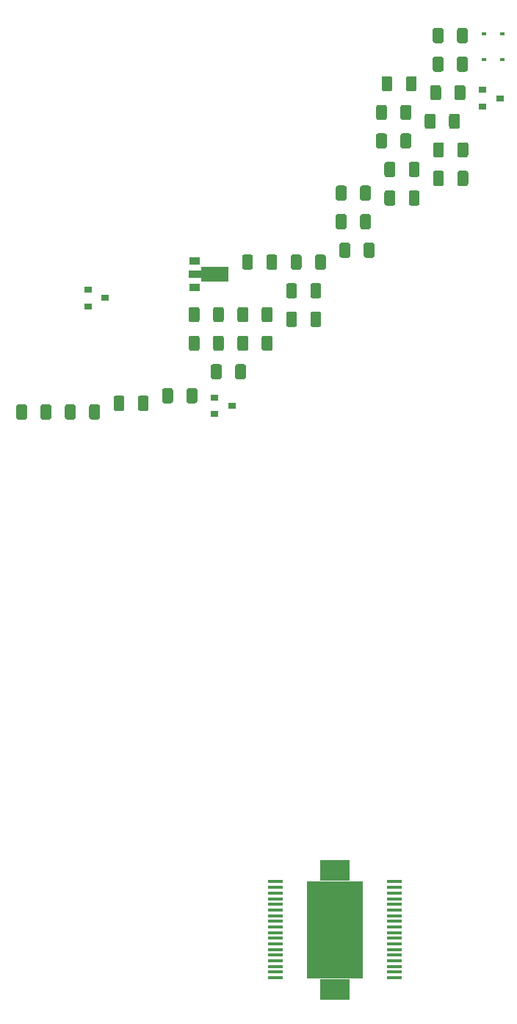
<source format=gbr>
G04 #@! TF.GenerationSoftware,KiCad,Pcbnew,(5.1.6)-1*
G04 #@! TF.CreationDate,2020-07-14T11:46:24+02:00*
G04 #@! TF.ProjectId,sboxnet-booster,73626f78-6e65-4742-9d62-6f6f73746572,rev?*
G04 #@! TF.SameCoordinates,Original*
G04 #@! TF.FileFunction,Paste,Top*
G04 #@! TF.FilePolarity,Positive*
%FSLAX46Y46*%
G04 Gerber Fmt 4.6, Leading zero omitted, Abs format (unit mm)*
G04 Created by KiCad (PCBNEW (5.1.6)-1) date 2020-07-14 11:46:24*
%MOMM*%
%LPD*%
G01*
G04 APERTURE LIST*
%ADD10C,0.100000*%
%ADD11R,1.300000X0.900000*%
%ADD12R,3.400000X2.415000*%
%ADD13R,6.400000X11.270000*%
%ADD14R,1.700000X0.380000*%
%ADD15R,0.600000X0.450000*%
%ADD16R,0.900000X0.800000*%
G04 APERTURE END LIST*
D10*
G36*
X85635001Y-54487901D02*
G01*
X82510001Y-54487901D01*
X82510001Y-54071401D01*
X81035001Y-54071401D01*
X81035001Y-53171401D01*
X82510001Y-53171401D01*
X82510001Y-52754901D01*
X85635001Y-52754901D01*
X85635001Y-54487901D01*
G37*
D11*
X81685001Y-55121401D03*
X81685001Y-52121401D03*
D12*
X97891600Y-135976100D03*
X97891600Y-122291100D03*
D13*
X97891600Y-129133600D03*
D14*
X104741600Y-123608600D03*
X104741600Y-124258600D03*
X104741600Y-124908600D03*
X104741600Y-125558600D03*
X104741600Y-126208600D03*
X104741600Y-126858600D03*
X104741600Y-127508600D03*
X104741600Y-128158600D03*
X104741600Y-128808600D03*
X104741600Y-129458600D03*
X104741600Y-130108600D03*
X104741600Y-130758600D03*
X104741600Y-131408600D03*
X104741600Y-132058600D03*
X104741600Y-132708600D03*
X104741600Y-133358600D03*
X104741600Y-134008600D03*
X91041600Y-134658600D03*
X91041600Y-134008600D03*
X91041600Y-133358600D03*
X91041600Y-132708600D03*
X91041600Y-132058600D03*
X91041600Y-131408600D03*
X91041600Y-130758600D03*
X91041600Y-130108600D03*
X91041600Y-129458600D03*
X91041600Y-128808600D03*
X91041600Y-128158600D03*
X91041600Y-127508600D03*
X91041600Y-126858600D03*
X91041600Y-126208600D03*
X91041600Y-125558600D03*
X91041600Y-124908600D03*
X91041600Y-124258600D03*
X104741600Y-134658600D03*
X91041600Y-123608600D03*
G36*
G01*
X86390001Y-65496401D02*
X86390001Y-64246401D01*
G75*
G02*
X86640001Y-63996401I250000J0D01*
G01*
X87390001Y-63996401D01*
G75*
G02*
X87640001Y-64246401I0J-250000D01*
G01*
X87640001Y-65496401D01*
G75*
G02*
X87390001Y-65746401I-250000J0D01*
G01*
X86640001Y-65746401D01*
G75*
G02*
X86390001Y-65496401I0J250000D01*
G01*
G37*
G36*
G01*
X83590001Y-65496401D02*
X83590001Y-64246401D01*
G75*
G02*
X83840001Y-63996401I250000J0D01*
G01*
X84590001Y-63996401D01*
G75*
G02*
X84840001Y-64246401I0J-250000D01*
G01*
X84840001Y-65496401D01*
G75*
G02*
X84590001Y-65746401I-250000J0D01*
G01*
X83840001Y-65746401D01*
G75*
G02*
X83590001Y-65496401I0J250000D01*
G01*
G37*
G36*
G01*
X101210001Y-51496401D02*
X101210001Y-50246401D01*
G75*
G02*
X101460001Y-49996401I250000J0D01*
G01*
X102210001Y-49996401D01*
G75*
G02*
X102460001Y-50246401I0J-250000D01*
G01*
X102460001Y-51496401D01*
G75*
G02*
X102210001Y-51746401I-250000J0D01*
G01*
X101460001Y-51746401D01*
G75*
G02*
X101210001Y-51496401I0J250000D01*
G01*
G37*
G36*
G01*
X98410001Y-51496401D02*
X98410001Y-50246401D01*
G75*
G02*
X98660001Y-49996401I250000J0D01*
G01*
X99410001Y-49996401D01*
G75*
G02*
X99660001Y-50246401I0J-250000D01*
G01*
X99660001Y-51496401D01*
G75*
G02*
X99410001Y-51746401I-250000J0D01*
G01*
X98660001Y-51746401D01*
G75*
G02*
X98410001Y-51496401I0J250000D01*
G01*
G37*
G36*
G01*
X112010001Y-39936401D02*
X112010001Y-38686401D01*
G75*
G02*
X112260001Y-38436401I250000J0D01*
G01*
X113010001Y-38436401D01*
G75*
G02*
X113260001Y-38686401I0J-250000D01*
G01*
X113260001Y-39936401D01*
G75*
G02*
X113010001Y-40186401I-250000J0D01*
G01*
X112260001Y-40186401D01*
G75*
G02*
X112010001Y-39936401I0J250000D01*
G01*
G37*
G36*
G01*
X109210001Y-39936401D02*
X109210001Y-38686401D01*
G75*
G02*
X109460001Y-38436401I250000J0D01*
G01*
X110210001Y-38436401D01*
G75*
G02*
X110460001Y-38686401I0J-250000D01*
G01*
X110460001Y-39936401D01*
G75*
G02*
X110210001Y-40186401I-250000J0D01*
G01*
X109460001Y-40186401D01*
G75*
G02*
X109210001Y-39936401I0J250000D01*
G01*
G37*
G36*
G01*
X95060001Y-59446401D02*
X95060001Y-58196401D01*
G75*
G02*
X95310001Y-57946401I250000J0D01*
G01*
X96060001Y-57946401D01*
G75*
G02*
X96310001Y-58196401I0J-250000D01*
G01*
X96310001Y-59446401D01*
G75*
G02*
X96060001Y-59696401I-250000J0D01*
G01*
X95310001Y-59696401D01*
G75*
G02*
X95060001Y-59446401I0J250000D01*
G01*
G37*
G36*
G01*
X92260001Y-59446401D02*
X92260001Y-58196401D01*
G75*
G02*
X92510001Y-57946401I250000J0D01*
G01*
X93260001Y-57946401D01*
G75*
G02*
X93510001Y-58196401I0J-250000D01*
G01*
X93510001Y-59446401D01*
G75*
G02*
X93260001Y-59696401I-250000J0D01*
G01*
X92510001Y-59696401D01*
G75*
G02*
X92260001Y-59446401I0J250000D01*
G01*
G37*
G36*
G01*
X89450001Y-62206401D02*
X89450001Y-60956401D01*
G75*
G02*
X89700001Y-60706401I250000J0D01*
G01*
X90450001Y-60706401D01*
G75*
G02*
X90700001Y-60956401I0J-250000D01*
G01*
X90700001Y-62206401D01*
G75*
G02*
X90450001Y-62456401I-250000J0D01*
G01*
X89700001Y-62456401D01*
G75*
G02*
X89450001Y-62206401I0J250000D01*
G01*
G37*
G36*
G01*
X86650001Y-62206401D02*
X86650001Y-60956401D01*
G75*
G02*
X86900001Y-60706401I250000J0D01*
G01*
X87650001Y-60706401D01*
G75*
G02*
X87900001Y-60956401I0J-250000D01*
G01*
X87900001Y-62206401D01*
G75*
G02*
X87650001Y-62456401I-250000J0D01*
G01*
X86900001Y-62456401D01*
G75*
G02*
X86650001Y-62206401I0J250000D01*
G01*
G37*
G36*
G01*
X95060001Y-56156401D02*
X95060001Y-54906401D01*
G75*
G02*
X95310001Y-54656401I250000J0D01*
G01*
X96060001Y-54656401D01*
G75*
G02*
X96310001Y-54906401I0J-250000D01*
G01*
X96310001Y-56156401D01*
G75*
G02*
X96060001Y-56406401I-250000J0D01*
G01*
X95310001Y-56406401D01*
G75*
G02*
X95060001Y-56156401I0J250000D01*
G01*
G37*
G36*
G01*
X92260001Y-56156401D02*
X92260001Y-54906401D01*
G75*
G02*
X92510001Y-54656401I250000J0D01*
G01*
X93260001Y-54656401D01*
G75*
G02*
X93510001Y-54906401I0J-250000D01*
G01*
X93510001Y-56156401D01*
G75*
G02*
X93260001Y-56406401I-250000J0D01*
G01*
X92510001Y-56406401D01*
G75*
G02*
X92260001Y-56156401I0J250000D01*
G01*
G37*
G36*
G01*
X106400001Y-45486401D02*
X106400001Y-44236401D01*
G75*
G02*
X106650001Y-43986401I250000J0D01*
G01*
X107400001Y-43986401D01*
G75*
G02*
X107650001Y-44236401I0J-250000D01*
G01*
X107650001Y-45486401D01*
G75*
G02*
X107400001Y-45736401I-250000J0D01*
G01*
X106650001Y-45736401D01*
G75*
G02*
X106400001Y-45486401I0J250000D01*
G01*
G37*
G36*
G01*
X103600001Y-45486401D02*
X103600001Y-44236401D01*
G75*
G02*
X103850001Y-43986401I250000J0D01*
G01*
X104600001Y-43986401D01*
G75*
G02*
X104850001Y-44236401I0J-250000D01*
G01*
X104850001Y-45486401D01*
G75*
G02*
X104600001Y-45736401I-250000J0D01*
G01*
X103850001Y-45736401D01*
G75*
G02*
X103600001Y-45486401I0J250000D01*
G01*
G37*
G36*
G01*
X83840001Y-58916401D02*
X83840001Y-57666401D01*
G75*
G02*
X84090001Y-57416401I250000J0D01*
G01*
X84840001Y-57416401D01*
G75*
G02*
X85090001Y-57666401I0J-250000D01*
G01*
X85090001Y-58916401D01*
G75*
G02*
X84840001Y-59166401I-250000J0D01*
G01*
X84090001Y-59166401D01*
G75*
G02*
X83840001Y-58916401I0J250000D01*
G01*
G37*
G36*
G01*
X81040001Y-58916401D02*
X81040001Y-57666401D01*
G75*
G02*
X81290001Y-57416401I250000J0D01*
G01*
X82040001Y-57416401D01*
G75*
G02*
X82290001Y-57666401I0J-250000D01*
G01*
X82290001Y-58916401D01*
G75*
G02*
X82040001Y-59166401I-250000J0D01*
G01*
X81290001Y-59166401D01*
G75*
G02*
X81040001Y-58916401I0J250000D01*
G01*
G37*
G36*
G01*
X111050001Y-36646401D02*
X111050001Y-35396401D01*
G75*
G02*
X111300001Y-35146401I250000J0D01*
G01*
X112050001Y-35146401D01*
G75*
G02*
X112300001Y-35396401I0J-250000D01*
G01*
X112300001Y-36646401D01*
G75*
G02*
X112050001Y-36896401I-250000J0D01*
G01*
X111300001Y-36896401D01*
G75*
G02*
X111050001Y-36646401I0J250000D01*
G01*
G37*
G36*
G01*
X108250001Y-36646401D02*
X108250001Y-35396401D01*
G75*
G02*
X108500001Y-35146401I250000J0D01*
G01*
X109250001Y-35146401D01*
G75*
G02*
X109500001Y-35396401I0J-250000D01*
G01*
X109500001Y-36646401D01*
G75*
G02*
X109250001Y-36896401I-250000J0D01*
G01*
X108500001Y-36896401D01*
G75*
G02*
X108250001Y-36646401I0J250000D01*
G01*
G37*
G36*
G01*
X95600001Y-52866401D02*
X95600001Y-51616401D01*
G75*
G02*
X95850001Y-51366401I250000J0D01*
G01*
X96600001Y-51366401D01*
G75*
G02*
X96850001Y-51616401I0J-250000D01*
G01*
X96850001Y-52866401D01*
G75*
G02*
X96600001Y-53116401I-250000J0D01*
G01*
X95850001Y-53116401D01*
G75*
G02*
X95600001Y-52866401I0J250000D01*
G01*
G37*
G36*
G01*
X92800001Y-52866401D02*
X92800001Y-51616401D01*
G75*
G02*
X93050001Y-51366401I250000J0D01*
G01*
X93800001Y-51366401D01*
G75*
G02*
X94050001Y-51616401I0J-250000D01*
G01*
X94050001Y-52866401D01*
G75*
G02*
X93800001Y-53116401I-250000J0D01*
G01*
X93050001Y-53116401D01*
G75*
G02*
X92800001Y-52866401I0J250000D01*
G01*
G37*
G36*
G01*
X105440001Y-38906401D02*
X105440001Y-37656401D01*
G75*
G02*
X105690001Y-37406401I250000J0D01*
G01*
X106440001Y-37406401D01*
G75*
G02*
X106690001Y-37656401I0J-250000D01*
G01*
X106690001Y-38906401D01*
G75*
G02*
X106440001Y-39156401I-250000J0D01*
G01*
X105690001Y-39156401D01*
G75*
G02*
X105440001Y-38906401I0J250000D01*
G01*
G37*
G36*
G01*
X102640001Y-38906401D02*
X102640001Y-37656401D01*
G75*
G02*
X102890001Y-37406401I250000J0D01*
G01*
X103640001Y-37406401D01*
G75*
G02*
X103890001Y-37656401I0J-250000D01*
G01*
X103890001Y-38906401D01*
G75*
G02*
X103640001Y-39156401I-250000J0D01*
G01*
X102890001Y-39156401D01*
G75*
G02*
X102640001Y-38906401I0J250000D01*
G01*
G37*
G36*
G01*
X111680001Y-33356401D02*
X111680001Y-32106401D01*
G75*
G02*
X111930001Y-31856401I250000J0D01*
G01*
X112680001Y-31856401D01*
G75*
G02*
X112930001Y-32106401I0J-250000D01*
G01*
X112930001Y-33356401D01*
G75*
G02*
X112680001Y-33606401I-250000J0D01*
G01*
X111930001Y-33606401D01*
G75*
G02*
X111680001Y-33356401I0J250000D01*
G01*
G37*
G36*
G01*
X108880001Y-33356401D02*
X108880001Y-32106401D01*
G75*
G02*
X109130001Y-31856401I250000J0D01*
G01*
X109880001Y-31856401D01*
G75*
G02*
X110130001Y-32106401I0J-250000D01*
G01*
X110130001Y-33356401D01*
G75*
G02*
X109880001Y-33606401I-250000J0D01*
G01*
X109130001Y-33606401D01*
G75*
G02*
X108880001Y-33356401I0J250000D01*
G01*
G37*
G36*
G01*
X83840001Y-62206401D02*
X83840001Y-60956401D01*
G75*
G02*
X84090001Y-60706401I250000J0D01*
G01*
X84840001Y-60706401D01*
G75*
G02*
X85090001Y-60956401I0J-250000D01*
G01*
X85090001Y-62206401D01*
G75*
G02*
X84840001Y-62456401I-250000J0D01*
G01*
X84090001Y-62456401D01*
G75*
G02*
X83840001Y-62206401I0J250000D01*
G01*
G37*
G36*
G01*
X81040001Y-62206401D02*
X81040001Y-60956401D01*
G75*
G02*
X81290001Y-60706401I250000J0D01*
G01*
X82040001Y-60706401D01*
G75*
G02*
X82290001Y-60956401I0J-250000D01*
G01*
X82290001Y-62206401D01*
G75*
G02*
X82040001Y-62456401I-250000J0D01*
G01*
X81290001Y-62456401D01*
G75*
G02*
X81040001Y-62206401I0J250000D01*
G01*
G37*
G36*
G01*
X89450001Y-58916401D02*
X89450001Y-57666401D01*
G75*
G02*
X89700001Y-57416401I250000J0D01*
G01*
X90450001Y-57416401D01*
G75*
G02*
X90700001Y-57666401I0J-250000D01*
G01*
X90700001Y-58916401D01*
G75*
G02*
X90450001Y-59166401I-250000J0D01*
G01*
X89700001Y-59166401D01*
G75*
G02*
X89450001Y-58916401I0J250000D01*
G01*
G37*
G36*
G01*
X86650001Y-58916401D02*
X86650001Y-57666401D01*
G75*
G02*
X86900001Y-57416401I250000J0D01*
G01*
X87650001Y-57416401D01*
G75*
G02*
X87900001Y-57666401I0J-250000D01*
G01*
X87900001Y-58916401D01*
G75*
G02*
X87650001Y-59166401I-250000J0D01*
G01*
X86900001Y-59166401D01*
G75*
G02*
X86650001Y-58916401I0J250000D01*
G01*
G37*
G36*
G01*
X100790001Y-44916401D02*
X100790001Y-43666401D01*
G75*
G02*
X101040001Y-43416401I250000J0D01*
G01*
X101790001Y-43416401D01*
G75*
G02*
X102040001Y-43666401I0J-250000D01*
G01*
X102040001Y-44916401D01*
G75*
G02*
X101790001Y-45166401I-250000J0D01*
G01*
X101040001Y-45166401D01*
G75*
G02*
X100790001Y-44916401I0J250000D01*
G01*
G37*
G36*
G01*
X97990001Y-44916401D02*
X97990001Y-43666401D01*
G75*
G02*
X98240001Y-43416401I250000J0D01*
G01*
X98990001Y-43416401D01*
G75*
G02*
X99240001Y-43666401I0J-250000D01*
G01*
X99240001Y-44916401D01*
G75*
G02*
X98990001Y-45166401I-250000J0D01*
G01*
X98240001Y-45166401D01*
G75*
G02*
X97990001Y-44916401I0J250000D01*
G01*
G37*
G36*
G01*
X75170001Y-69126401D02*
X75170001Y-67876401D01*
G75*
G02*
X75420001Y-67626401I250000J0D01*
G01*
X76170001Y-67626401D01*
G75*
G02*
X76420001Y-67876401I0J-250000D01*
G01*
X76420001Y-69126401D01*
G75*
G02*
X76170001Y-69376401I-250000J0D01*
G01*
X75420001Y-69376401D01*
G75*
G02*
X75170001Y-69126401I0J250000D01*
G01*
G37*
G36*
G01*
X72370001Y-69126401D02*
X72370001Y-67876401D01*
G75*
G02*
X72620001Y-67626401I250000J0D01*
G01*
X73370001Y-67626401D01*
G75*
G02*
X73620001Y-67876401I0J-250000D01*
G01*
X73620001Y-69126401D01*
G75*
G02*
X73370001Y-69376401I-250000J0D01*
G01*
X72620001Y-69376401D01*
G75*
G02*
X72370001Y-69126401I0J250000D01*
G01*
G37*
G36*
G01*
X106400001Y-42196401D02*
X106400001Y-40946401D01*
G75*
G02*
X106650001Y-40696401I250000J0D01*
G01*
X107400001Y-40696401D01*
G75*
G02*
X107650001Y-40946401I0J-250000D01*
G01*
X107650001Y-42196401D01*
G75*
G02*
X107400001Y-42446401I-250000J0D01*
G01*
X106650001Y-42446401D01*
G75*
G02*
X106400001Y-42196401I0J250000D01*
G01*
G37*
G36*
G01*
X103600001Y-42196401D02*
X103600001Y-40946401D01*
G75*
G02*
X103850001Y-40696401I250000J0D01*
G01*
X104600001Y-40696401D01*
G75*
G02*
X104850001Y-40946401I0J-250000D01*
G01*
X104850001Y-42196401D01*
G75*
G02*
X104600001Y-42446401I-250000J0D01*
G01*
X103850001Y-42446401D01*
G75*
G02*
X103600001Y-42196401I0J250000D01*
G01*
G37*
G36*
G01*
X80780001Y-68256401D02*
X80780001Y-67006401D01*
G75*
G02*
X81030001Y-66756401I250000J0D01*
G01*
X81780001Y-66756401D01*
G75*
G02*
X82030001Y-67006401I0J-250000D01*
G01*
X82030001Y-68256401D01*
G75*
G02*
X81780001Y-68506401I-250000J0D01*
G01*
X81030001Y-68506401D01*
G75*
G02*
X80780001Y-68256401I0J250000D01*
G01*
G37*
G36*
G01*
X77980001Y-68256401D02*
X77980001Y-67006401D01*
G75*
G02*
X78230001Y-66756401I250000J0D01*
G01*
X78980001Y-66756401D01*
G75*
G02*
X79230001Y-67006401I0J-250000D01*
G01*
X79230001Y-68256401D01*
G75*
G02*
X78980001Y-68506401I-250000J0D01*
G01*
X78230001Y-68506401D01*
G75*
G02*
X77980001Y-68256401I0J250000D01*
G01*
G37*
G36*
G01*
X111970001Y-30066401D02*
X111970001Y-28816401D01*
G75*
G02*
X112220001Y-28566401I250000J0D01*
G01*
X112970001Y-28566401D01*
G75*
G02*
X113220001Y-28816401I0J-250000D01*
G01*
X113220001Y-30066401D01*
G75*
G02*
X112970001Y-30316401I-250000J0D01*
G01*
X112220001Y-30316401D01*
G75*
G02*
X111970001Y-30066401I0J250000D01*
G01*
G37*
G36*
G01*
X109170001Y-30066401D02*
X109170001Y-28816401D01*
G75*
G02*
X109420001Y-28566401I250000J0D01*
G01*
X110170001Y-28566401D01*
G75*
G02*
X110420001Y-28816401I0J-250000D01*
G01*
X110420001Y-30066401D01*
G75*
G02*
X110170001Y-30316401I-250000J0D01*
G01*
X109420001Y-30316401D01*
G75*
G02*
X109170001Y-30066401I0J250000D01*
G01*
G37*
D15*
X117175001Y-28931401D03*
X115075001Y-28931401D03*
X117175001Y-25981401D03*
X115075001Y-25981401D03*
D16*
X116935001Y-33361401D03*
X114935001Y-34311401D03*
X114935001Y-32411401D03*
X71405001Y-56381401D03*
X69405001Y-57331401D03*
X69405001Y-55431401D03*
X86035001Y-68791401D03*
X84035001Y-69741401D03*
X84035001Y-67841401D03*
G36*
G01*
X89990001Y-52866401D02*
X89990001Y-51616401D01*
G75*
G02*
X90240001Y-51366401I250000J0D01*
G01*
X90990001Y-51366401D01*
G75*
G02*
X91240001Y-51616401I0J-250000D01*
G01*
X91240001Y-52866401D01*
G75*
G02*
X90990001Y-53116401I-250000J0D01*
G01*
X90240001Y-53116401D01*
G75*
G02*
X89990001Y-52866401I0J250000D01*
G01*
G37*
G36*
G01*
X87190001Y-52866401D02*
X87190001Y-51616401D01*
G75*
G02*
X87440001Y-51366401I250000J0D01*
G01*
X88190001Y-51366401D01*
G75*
G02*
X88440001Y-51616401I0J-250000D01*
G01*
X88440001Y-52866401D01*
G75*
G02*
X88190001Y-53116401I-250000J0D01*
G01*
X87440001Y-53116401D01*
G75*
G02*
X87190001Y-52866401I0J250000D01*
G01*
G37*
G36*
G01*
X106070001Y-32326401D02*
X106070001Y-31076401D01*
G75*
G02*
X106320001Y-30826401I250000J0D01*
G01*
X107070001Y-30826401D01*
G75*
G02*
X107320001Y-31076401I0J-250000D01*
G01*
X107320001Y-32326401D01*
G75*
G02*
X107070001Y-32576401I-250000J0D01*
G01*
X106320001Y-32576401D01*
G75*
G02*
X106070001Y-32326401I0J250000D01*
G01*
G37*
G36*
G01*
X103270001Y-32326401D02*
X103270001Y-31076401D01*
G75*
G02*
X103520001Y-30826401I250000J0D01*
G01*
X104270001Y-30826401D01*
G75*
G02*
X104520001Y-31076401I0J-250000D01*
G01*
X104520001Y-32326401D01*
G75*
G02*
X104270001Y-32576401I-250000J0D01*
G01*
X103520001Y-32576401D01*
G75*
G02*
X103270001Y-32326401I0J250000D01*
G01*
G37*
G36*
G01*
X63950001Y-70126401D02*
X63950001Y-68876401D01*
G75*
G02*
X64200001Y-68626401I250000J0D01*
G01*
X64950001Y-68626401D01*
G75*
G02*
X65200001Y-68876401I0J-250000D01*
G01*
X65200001Y-70126401D01*
G75*
G02*
X64950001Y-70376401I-250000J0D01*
G01*
X64200001Y-70376401D01*
G75*
G02*
X63950001Y-70126401I0J250000D01*
G01*
G37*
G36*
G01*
X61150001Y-70126401D02*
X61150001Y-68876401D01*
G75*
G02*
X61400001Y-68626401I250000J0D01*
G01*
X62150001Y-68626401D01*
G75*
G02*
X62400001Y-68876401I0J-250000D01*
G01*
X62400001Y-70126401D01*
G75*
G02*
X62150001Y-70376401I-250000J0D01*
G01*
X61400001Y-70376401D01*
G75*
G02*
X61150001Y-70126401I0J250000D01*
G01*
G37*
G36*
G01*
X69560001Y-70126401D02*
X69560001Y-68876401D01*
G75*
G02*
X69810001Y-68626401I250000J0D01*
G01*
X70560001Y-68626401D01*
G75*
G02*
X70810001Y-68876401I0J-250000D01*
G01*
X70810001Y-70126401D01*
G75*
G02*
X70560001Y-70376401I-250000J0D01*
G01*
X69810001Y-70376401D01*
G75*
G02*
X69560001Y-70126401I0J250000D01*
G01*
G37*
G36*
G01*
X66760001Y-70126401D02*
X66760001Y-68876401D01*
G75*
G02*
X67010001Y-68626401I250000J0D01*
G01*
X67760001Y-68626401D01*
G75*
G02*
X68010001Y-68876401I0J-250000D01*
G01*
X68010001Y-70126401D01*
G75*
G02*
X67760001Y-70376401I-250000J0D01*
G01*
X67010001Y-70376401D01*
G75*
G02*
X66760001Y-70126401I0J250000D01*
G01*
G37*
G36*
G01*
X111970001Y-26776401D02*
X111970001Y-25526401D01*
G75*
G02*
X112220001Y-25276401I250000J0D01*
G01*
X112970001Y-25276401D01*
G75*
G02*
X113220001Y-25526401I0J-250000D01*
G01*
X113220001Y-26776401D01*
G75*
G02*
X112970001Y-27026401I-250000J0D01*
G01*
X112220001Y-27026401D01*
G75*
G02*
X111970001Y-26776401I0J250000D01*
G01*
G37*
G36*
G01*
X109170001Y-26776401D02*
X109170001Y-25526401D01*
G75*
G02*
X109420001Y-25276401I250000J0D01*
G01*
X110170001Y-25276401D01*
G75*
G02*
X110420001Y-25526401I0J-250000D01*
G01*
X110420001Y-26776401D01*
G75*
G02*
X110170001Y-27026401I-250000J0D01*
G01*
X109420001Y-27026401D01*
G75*
G02*
X109170001Y-26776401I0J250000D01*
G01*
G37*
G36*
G01*
X112010001Y-43226401D02*
X112010001Y-41976401D01*
G75*
G02*
X112260001Y-41726401I250000J0D01*
G01*
X113010001Y-41726401D01*
G75*
G02*
X113260001Y-41976401I0J-250000D01*
G01*
X113260001Y-43226401D01*
G75*
G02*
X113010001Y-43476401I-250000J0D01*
G01*
X112260001Y-43476401D01*
G75*
G02*
X112010001Y-43226401I0J250000D01*
G01*
G37*
G36*
G01*
X109210001Y-43226401D02*
X109210001Y-41976401D01*
G75*
G02*
X109460001Y-41726401I250000J0D01*
G01*
X110210001Y-41726401D01*
G75*
G02*
X110460001Y-41976401I0J-250000D01*
G01*
X110460001Y-43226401D01*
G75*
G02*
X110210001Y-43476401I-250000J0D01*
G01*
X109460001Y-43476401D01*
G75*
G02*
X109210001Y-43226401I0J250000D01*
G01*
G37*
G36*
G01*
X100790001Y-48206401D02*
X100790001Y-46956401D01*
G75*
G02*
X101040001Y-46706401I250000J0D01*
G01*
X101790001Y-46706401D01*
G75*
G02*
X102040001Y-46956401I0J-250000D01*
G01*
X102040001Y-48206401D01*
G75*
G02*
X101790001Y-48456401I-250000J0D01*
G01*
X101040001Y-48456401D01*
G75*
G02*
X100790001Y-48206401I0J250000D01*
G01*
G37*
G36*
G01*
X97990001Y-48206401D02*
X97990001Y-46956401D01*
G75*
G02*
X98240001Y-46706401I250000J0D01*
G01*
X98990001Y-46706401D01*
G75*
G02*
X99240001Y-46956401I0J-250000D01*
G01*
X99240001Y-48206401D01*
G75*
G02*
X98990001Y-48456401I-250000J0D01*
G01*
X98240001Y-48456401D01*
G75*
G02*
X97990001Y-48206401I0J250000D01*
G01*
G37*
G36*
G01*
X105440001Y-35616401D02*
X105440001Y-34366401D01*
G75*
G02*
X105690001Y-34116401I250000J0D01*
G01*
X106440001Y-34116401D01*
G75*
G02*
X106690001Y-34366401I0J-250000D01*
G01*
X106690001Y-35616401D01*
G75*
G02*
X106440001Y-35866401I-250000J0D01*
G01*
X105690001Y-35866401D01*
G75*
G02*
X105440001Y-35616401I0J250000D01*
G01*
G37*
G36*
G01*
X102640001Y-35616401D02*
X102640001Y-34366401D01*
G75*
G02*
X102890001Y-34116401I250000J0D01*
G01*
X103640001Y-34116401D01*
G75*
G02*
X103890001Y-34366401I0J-250000D01*
G01*
X103890001Y-35616401D01*
G75*
G02*
X103640001Y-35866401I-250000J0D01*
G01*
X102890001Y-35866401D01*
G75*
G02*
X102640001Y-35616401I0J250000D01*
G01*
G37*
M02*

</source>
